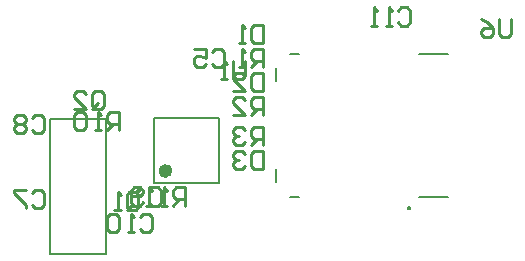
<source format=gbo>
G04 Layer_Color=32896*
%FSLAX42Y42*%
%MOMM*%
G71*
G01*
G75*
%ADD17C,0.25*%
%ADD35C,0.25*%
%ADD36C,0.20*%
%ADD62C,0.60*%
D17*
X1847Y2456D02*
Y2329D01*
X1821Y2304D01*
X1770D01*
X1745Y2329D01*
Y2456D01*
X1694Y2304D02*
X1643D01*
X1669D01*
Y2456D01*
X1694Y2431D01*
X1339Y1234D02*
Y1387D01*
X1262D01*
X1237Y1361D01*
Y1311D01*
X1262Y1285D01*
X1339D01*
X1288D02*
X1237Y1234D01*
X1186D02*
X1135D01*
X1161D01*
Y1387D01*
X1186Y1361D01*
X1059Y1234D02*
X1008D01*
X1034D01*
Y1387D01*
X1059Y1361D01*
X777Y1872D02*
Y2024D01*
X701D01*
X676Y1999D01*
Y1948D01*
X701Y1923D01*
X777D01*
X726D02*
X676Y1872D01*
X625D02*
X574D01*
X599D01*
Y2024D01*
X625Y1999D01*
X498D02*
X473Y2024D01*
X422D01*
X396Y1999D01*
Y1897D01*
X422Y1872D01*
X473D01*
X498Y1897D01*
Y1999D01*
X1996Y1745D02*
Y1897D01*
X1920D01*
X1895Y1872D01*
Y1821D01*
X1920Y1795D01*
X1996D01*
X1946D02*
X1895Y1745D01*
X1844Y1872D02*
X1819Y1897D01*
X1768D01*
X1743Y1872D01*
Y1846D01*
X1768Y1821D01*
X1793D01*
X1768D01*
X1743Y1795D01*
Y1770D01*
X1768Y1745D01*
X1819D01*
X1844Y1770D01*
X1996Y1999D02*
Y2151D01*
X1920D01*
X1895Y2126D01*
Y2075D01*
X1920Y2049D01*
X1996D01*
X1946D02*
X1895Y1999D01*
X1743D02*
X1844D01*
X1743Y2100D01*
Y2126D01*
X1768Y2151D01*
X1819D01*
X1844Y2126D01*
X1996Y2408D02*
Y2560D01*
X1920D01*
X1895Y2534D01*
Y2484D01*
X1920Y2458D01*
X1996D01*
X1946D02*
X1895Y2408D01*
X1844D02*
X1793D01*
X1819D01*
Y2560D01*
X1844Y2534D01*
X549Y2078D02*
Y2179D01*
X574Y2205D01*
X625D01*
X650Y2179D01*
Y2078D01*
X625Y2052D01*
X574D01*
X599Y2103D02*
X549Y2052D01*
X574D02*
X549Y2078D01*
X396Y2052D02*
X498D01*
X396Y2154D01*
Y2179D01*
X422Y2205D01*
X472D01*
X498Y2179D01*
X841Y1222D02*
Y1323D01*
X866Y1349D01*
X917D01*
X942Y1323D01*
Y1222D01*
X917Y1196D01*
X866D01*
X892Y1247D02*
X841Y1196D01*
X866D02*
X841Y1222D01*
X790Y1196D02*
X739D01*
X765D01*
Y1349D01*
X790Y1323D01*
X1996Y1694D02*
Y1541D01*
X1920D01*
X1895Y1567D01*
Y1668D01*
X1920Y1694D01*
X1996D01*
X1844Y1668D02*
X1819Y1694D01*
X1768D01*
X1743Y1668D01*
Y1643D01*
X1768Y1618D01*
X1793D01*
X1768D01*
X1743Y1592D01*
Y1567D01*
X1768Y1541D01*
X1819D01*
X1844Y1567D01*
X1996Y2354D02*
Y2202D01*
X1920D01*
X1895Y2227D01*
Y2329D01*
X1920Y2354D01*
X1996D01*
X1743Y2202D02*
X1844D01*
X1743Y2303D01*
Y2329D01*
X1768Y2354D01*
X1819D01*
X1844Y2329D01*
X1996Y2761D02*
Y2608D01*
X1920D01*
X1895Y2634D01*
Y2735D01*
X1920Y2761D01*
X1996D01*
X1844Y2608D02*
X1793D01*
X1819D01*
Y2761D01*
X1844Y2735D01*
X3142Y2885D02*
X3167Y2911D01*
X3218D01*
X3244Y2885D01*
Y2784D01*
X3218Y2758D01*
X3167D01*
X3142Y2784D01*
X3091Y2758D02*
X3040D01*
X3066D01*
Y2911D01*
X3091Y2885D01*
X2964Y2758D02*
X2913D01*
X2939D01*
Y2911D01*
X2964Y2885D01*
X955Y1135D02*
X980Y1161D01*
X1031D01*
X1057Y1135D01*
Y1034D01*
X1031Y1008D01*
X980D01*
X955Y1034D01*
X904Y1008D02*
X854D01*
X879D01*
Y1161D01*
X904Y1135D01*
X777D02*
X752Y1161D01*
X701D01*
X676Y1135D01*
Y1034D01*
X701Y1008D01*
X752D01*
X777Y1034D01*
Y1135D01*
X1034Y1361D02*
X1059Y1387D01*
X1110D01*
X1135Y1361D01*
Y1260D01*
X1110Y1234D01*
X1059D01*
X1034Y1260D01*
X983D02*
X958Y1234D01*
X907D01*
X881Y1260D01*
Y1361D01*
X907Y1387D01*
X958D01*
X983Y1361D01*
Y1336D01*
X958Y1311D01*
X881D01*
X41Y1974D02*
X66Y1999D01*
X117D01*
X142Y1974D01*
Y1872D01*
X117Y1847D01*
X66D01*
X41Y1872D01*
X-10Y1974D02*
X-36Y1999D01*
X-86D01*
X-112Y1974D01*
Y1948D01*
X-86Y1923D01*
X-112Y1897D01*
Y1872D01*
X-86Y1847D01*
X-36D01*
X-10Y1872D01*
Y1897D01*
X-36Y1923D01*
X-10Y1948D01*
Y1974D01*
X-36Y1923D02*
X-86D01*
X41Y1339D02*
X66Y1364D01*
X117D01*
X142Y1339D01*
Y1237D01*
X117Y1212D01*
X66D01*
X41Y1237D01*
X-10Y1364D02*
X-112D01*
Y1339D01*
X-10Y1237D01*
Y1212D01*
X1567Y2530D02*
X1593Y2555D01*
X1643D01*
X1669Y2530D01*
Y2428D01*
X1643Y2403D01*
X1593D01*
X1567Y2428D01*
X1415Y2555D02*
X1516D01*
Y2479D01*
X1466Y2504D01*
X1440D01*
X1415Y2479D01*
Y2428D01*
X1440Y2403D01*
X1491D01*
X1516Y2428D01*
X4094Y2813D02*
Y2686D01*
X4068Y2661D01*
X4018D01*
X3992Y2686D01*
Y2813D01*
X3840D02*
X3891Y2788D01*
X3941Y2737D01*
Y2686D01*
X3916Y2661D01*
X3865D01*
X3840Y2686D01*
Y2711D01*
X3865Y2737D01*
X3941D01*
D35*
X954Y1357D02*
G03*
X954Y1357I-12J0D01*
G01*
D36*
X197Y827D02*
X667D01*
Y1967D01*
X197D02*
X667D01*
X197Y827D02*
Y1967D01*
X1071Y1977D02*
X1621D01*
X1071Y1427D02*
X1621D01*
Y1977D01*
X1071Y1427D02*
Y1977D01*
X2105Y1430D02*
Y1540D01*
Y2290D02*
Y2400D01*
X3315Y2520D02*
X3565D01*
X3315Y1310D02*
X3565D01*
X2225D02*
X2305D01*
X2225Y2520D02*
X2305D01*
X3220Y1205D02*
X3237D01*
Y1222D01*
X3220D01*
Y1205D01*
D62*
X1201Y1527D02*
G03*
X1201Y1527I-30J0D01*
G01*
M02*

</source>
